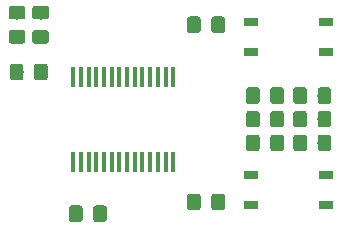
<source format=gbr>
G04 #@! TF.GenerationSoftware,KiCad,Pcbnew,5.1.4-e60b266~84~ubuntu19.04.1*
G04 #@! TF.CreationDate,2019-09-06T13:47:56+02:00*
G04 #@! TF.ProjectId,keyer,6b657965-722e-46b6-9963-61645f706362,rev?*
G04 #@! TF.SameCoordinates,Original*
G04 #@! TF.FileFunction,Paste,Top*
G04 #@! TF.FilePolarity,Positive*
%FSLAX46Y46*%
G04 Gerber Fmt 4.6, Leading zero omitted, Abs format (unit mm)*
G04 Created by KiCad (PCBNEW 5.1.4-e60b266~84~ubuntu19.04.1) date 2019-09-06 13:47:56*
%MOMM*%
%LPD*%
G04 APERTURE LIST*
%ADD10C,0.100000*%
%ADD11C,1.150000*%
%ADD12R,0.450000X1.750000*%
%ADD13R,1.200000X0.800000*%
G04 APERTURE END LIST*
D10*
G36*
X119374505Y-135301204D02*
G01*
X119398773Y-135304804D01*
X119422572Y-135310765D01*
X119445671Y-135319030D01*
X119467850Y-135329520D01*
X119488893Y-135342132D01*
X119508599Y-135356747D01*
X119526777Y-135373223D01*
X119543253Y-135391401D01*
X119557868Y-135411107D01*
X119570480Y-135432150D01*
X119580970Y-135454329D01*
X119589235Y-135477428D01*
X119595196Y-135501227D01*
X119598796Y-135525495D01*
X119600000Y-135549999D01*
X119600000Y-136450001D01*
X119598796Y-136474505D01*
X119595196Y-136498773D01*
X119589235Y-136522572D01*
X119580970Y-136545671D01*
X119570480Y-136567850D01*
X119557868Y-136588893D01*
X119543253Y-136608599D01*
X119526777Y-136626777D01*
X119508599Y-136643253D01*
X119488893Y-136657868D01*
X119467850Y-136670480D01*
X119445671Y-136680970D01*
X119422572Y-136689235D01*
X119398773Y-136695196D01*
X119374505Y-136698796D01*
X119350001Y-136700000D01*
X118699999Y-136700000D01*
X118675495Y-136698796D01*
X118651227Y-136695196D01*
X118627428Y-136689235D01*
X118604329Y-136680970D01*
X118582150Y-136670480D01*
X118561107Y-136657868D01*
X118541401Y-136643253D01*
X118523223Y-136626777D01*
X118506747Y-136608599D01*
X118492132Y-136588893D01*
X118479520Y-136567850D01*
X118469030Y-136545671D01*
X118460765Y-136522572D01*
X118454804Y-136498773D01*
X118451204Y-136474505D01*
X118450000Y-136450001D01*
X118450000Y-135549999D01*
X118451204Y-135525495D01*
X118454804Y-135501227D01*
X118460765Y-135477428D01*
X118469030Y-135454329D01*
X118479520Y-135432150D01*
X118492132Y-135411107D01*
X118506747Y-135391401D01*
X118523223Y-135373223D01*
X118541401Y-135356747D01*
X118561107Y-135342132D01*
X118582150Y-135329520D01*
X118604329Y-135319030D01*
X118627428Y-135310765D01*
X118651227Y-135304804D01*
X118675495Y-135301204D01*
X118699999Y-135300000D01*
X119350001Y-135300000D01*
X119374505Y-135301204D01*
X119374505Y-135301204D01*
G37*
D11*
X119025000Y-136000000D03*
D10*
G36*
X117324505Y-135301204D02*
G01*
X117348773Y-135304804D01*
X117372572Y-135310765D01*
X117395671Y-135319030D01*
X117417850Y-135329520D01*
X117438893Y-135342132D01*
X117458599Y-135356747D01*
X117476777Y-135373223D01*
X117493253Y-135391401D01*
X117507868Y-135411107D01*
X117520480Y-135432150D01*
X117530970Y-135454329D01*
X117539235Y-135477428D01*
X117545196Y-135501227D01*
X117548796Y-135525495D01*
X117550000Y-135549999D01*
X117550000Y-136450001D01*
X117548796Y-136474505D01*
X117545196Y-136498773D01*
X117539235Y-136522572D01*
X117530970Y-136545671D01*
X117520480Y-136567850D01*
X117507868Y-136588893D01*
X117493253Y-136608599D01*
X117476777Y-136626777D01*
X117458599Y-136643253D01*
X117438893Y-136657868D01*
X117417850Y-136670480D01*
X117395671Y-136680970D01*
X117372572Y-136689235D01*
X117348773Y-136695196D01*
X117324505Y-136698796D01*
X117300001Y-136700000D01*
X116649999Y-136700000D01*
X116625495Y-136698796D01*
X116601227Y-136695196D01*
X116577428Y-136689235D01*
X116554329Y-136680970D01*
X116532150Y-136670480D01*
X116511107Y-136657868D01*
X116491401Y-136643253D01*
X116473223Y-136626777D01*
X116456747Y-136608599D01*
X116442132Y-136588893D01*
X116429520Y-136567850D01*
X116419030Y-136545671D01*
X116410765Y-136522572D01*
X116404804Y-136498773D01*
X116401204Y-136474505D01*
X116400000Y-136450001D01*
X116400000Y-135549999D01*
X116401204Y-135525495D01*
X116404804Y-135501227D01*
X116410765Y-135477428D01*
X116419030Y-135454329D01*
X116429520Y-135432150D01*
X116442132Y-135411107D01*
X116456747Y-135391401D01*
X116473223Y-135373223D01*
X116491401Y-135356747D01*
X116511107Y-135342132D01*
X116532150Y-135329520D01*
X116554329Y-135319030D01*
X116577428Y-135310765D01*
X116601227Y-135304804D01*
X116625495Y-135301204D01*
X116649999Y-135300000D01*
X117300001Y-135300000D01*
X117324505Y-135301204D01*
X117324505Y-135301204D01*
G37*
D11*
X116975000Y-136000000D03*
D10*
G36*
X112474505Y-118401204D02*
G01*
X112498773Y-118404804D01*
X112522572Y-118410765D01*
X112545671Y-118419030D01*
X112567850Y-118429520D01*
X112588893Y-118442132D01*
X112608599Y-118456747D01*
X112626777Y-118473223D01*
X112643253Y-118491401D01*
X112657868Y-118511107D01*
X112670480Y-118532150D01*
X112680970Y-118554329D01*
X112689235Y-118577428D01*
X112695196Y-118601227D01*
X112698796Y-118625495D01*
X112700000Y-118649999D01*
X112700000Y-119300001D01*
X112698796Y-119324505D01*
X112695196Y-119348773D01*
X112689235Y-119372572D01*
X112680970Y-119395671D01*
X112670480Y-119417850D01*
X112657868Y-119438893D01*
X112643253Y-119458599D01*
X112626777Y-119476777D01*
X112608599Y-119493253D01*
X112588893Y-119507868D01*
X112567850Y-119520480D01*
X112545671Y-119530970D01*
X112522572Y-119539235D01*
X112498773Y-119545196D01*
X112474505Y-119548796D01*
X112450001Y-119550000D01*
X111549999Y-119550000D01*
X111525495Y-119548796D01*
X111501227Y-119545196D01*
X111477428Y-119539235D01*
X111454329Y-119530970D01*
X111432150Y-119520480D01*
X111411107Y-119507868D01*
X111391401Y-119493253D01*
X111373223Y-119476777D01*
X111356747Y-119458599D01*
X111342132Y-119438893D01*
X111329520Y-119417850D01*
X111319030Y-119395671D01*
X111310765Y-119372572D01*
X111304804Y-119348773D01*
X111301204Y-119324505D01*
X111300000Y-119300001D01*
X111300000Y-118649999D01*
X111301204Y-118625495D01*
X111304804Y-118601227D01*
X111310765Y-118577428D01*
X111319030Y-118554329D01*
X111329520Y-118532150D01*
X111342132Y-118511107D01*
X111356747Y-118491401D01*
X111373223Y-118473223D01*
X111391401Y-118456747D01*
X111411107Y-118442132D01*
X111432150Y-118429520D01*
X111454329Y-118419030D01*
X111477428Y-118410765D01*
X111501227Y-118404804D01*
X111525495Y-118401204D01*
X111549999Y-118400000D01*
X112450001Y-118400000D01*
X112474505Y-118401204D01*
X112474505Y-118401204D01*
G37*
D11*
X112000000Y-118975000D03*
D10*
G36*
X112474505Y-120451204D02*
G01*
X112498773Y-120454804D01*
X112522572Y-120460765D01*
X112545671Y-120469030D01*
X112567850Y-120479520D01*
X112588893Y-120492132D01*
X112608599Y-120506747D01*
X112626777Y-120523223D01*
X112643253Y-120541401D01*
X112657868Y-120561107D01*
X112670480Y-120582150D01*
X112680970Y-120604329D01*
X112689235Y-120627428D01*
X112695196Y-120651227D01*
X112698796Y-120675495D01*
X112700000Y-120699999D01*
X112700000Y-121350001D01*
X112698796Y-121374505D01*
X112695196Y-121398773D01*
X112689235Y-121422572D01*
X112680970Y-121445671D01*
X112670480Y-121467850D01*
X112657868Y-121488893D01*
X112643253Y-121508599D01*
X112626777Y-121526777D01*
X112608599Y-121543253D01*
X112588893Y-121557868D01*
X112567850Y-121570480D01*
X112545671Y-121580970D01*
X112522572Y-121589235D01*
X112498773Y-121595196D01*
X112474505Y-121598796D01*
X112450001Y-121600000D01*
X111549999Y-121600000D01*
X111525495Y-121598796D01*
X111501227Y-121595196D01*
X111477428Y-121589235D01*
X111454329Y-121580970D01*
X111432150Y-121570480D01*
X111411107Y-121557868D01*
X111391401Y-121543253D01*
X111373223Y-121526777D01*
X111356747Y-121508599D01*
X111342132Y-121488893D01*
X111329520Y-121467850D01*
X111319030Y-121445671D01*
X111310765Y-121422572D01*
X111304804Y-121398773D01*
X111301204Y-121374505D01*
X111300000Y-121350001D01*
X111300000Y-120699999D01*
X111301204Y-120675495D01*
X111304804Y-120651227D01*
X111310765Y-120627428D01*
X111319030Y-120604329D01*
X111329520Y-120582150D01*
X111342132Y-120561107D01*
X111356747Y-120541401D01*
X111373223Y-120523223D01*
X111391401Y-120506747D01*
X111411107Y-120492132D01*
X111432150Y-120479520D01*
X111454329Y-120469030D01*
X111477428Y-120460765D01*
X111501227Y-120454804D01*
X111525495Y-120451204D01*
X111549999Y-120450000D01*
X112450001Y-120450000D01*
X112474505Y-120451204D01*
X112474505Y-120451204D01*
G37*
D11*
X112000000Y-121025000D03*
D10*
G36*
X114474505Y-120451204D02*
G01*
X114498773Y-120454804D01*
X114522572Y-120460765D01*
X114545671Y-120469030D01*
X114567850Y-120479520D01*
X114588893Y-120492132D01*
X114608599Y-120506747D01*
X114626777Y-120523223D01*
X114643253Y-120541401D01*
X114657868Y-120561107D01*
X114670480Y-120582150D01*
X114680970Y-120604329D01*
X114689235Y-120627428D01*
X114695196Y-120651227D01*
X114698796Y-120675495D01*
X114700000Y-120699999D01*
X114700000Y-121350001D01*
X114698796Y-121374505D01*
X114695196Y-121398773D01*
X114689235Y-121422572D01*
X114680970Y-121445671D01*
X114670480Y-121467850D01*
X114657868Y-121488893D01*
X114643253Y-121508599D01*
X114626777Y-121526777D01*
X114608599Y-121543253D01*
X114588893Y-121557868D01*
X114567850Y-121570480D01*
X114545671Y-121580970D01*
X114522572Y-121589235D01*
X114498773Y-121595196D01*
X114474505Y-121598796D01*
X114450001Y-121600000D01*
X113549999Y-121600000D01*
X113525495Y-121598796D01*
X113501227Y-121595196D01*
X113477428Y-121589235D01*
X113454329Y-121580970D01*
X113432150Y-121570480D01*
X113411107Y-121557868D01*
X113391401Y-121543253D01*
X113373223Y-121526777D01*
X113356747Y-121508599D01*
X113342132Y-121488893D01*
X113329520Y-121467850D01*
X113319030Y-121445671D01*
X113310765Y-121422572D01*
X113304804Y-121398773D01*
X113301204Y-121374505D01*
X113300000Y-121350001D01*
X113300000Y-120699999D01*
X113301204Y-120675495D01*
X113304804Y-120651227D01*
X113310765Y-120627428D01*
X113319030Y-120604329D01*
X113329520Y-120582150D01*
X113342132Y-120561107D01*
X113356747Y-120541401D01*
X113373223Y-120523223D01*
X113391401Y-120506747D01*
X113411107Y-120492132D01*
X113432150Y-120479520D01*
X113454329Y-120469030D01*
X113477428Y-120460765D01*
X113501227Y-120454804D01*
X113525495Y-120451204D01*
X113549999Y-120450000D01*
X114450001Y-120450000D01*
X114474505Y-120451204D01*
X114474505Y-120451204D01*
G37*
D11*
X114000000Y-121025000D03*
D10*
G36*
X114474505Y-118401204D02*
G01*
X114498773Y-118404804D01*
X114522572Y-118410765D01*
X114545671Y-118419030D01*
X114567850Y-118429520D01*
X114588893Y-118442132D01*
X114608599Y-118456747D01*
X114626777Y-118473223D01*
X114643253Y-118491401D01*
X114657868Y-118511107D01*
X114670480Y-118532150D01*
X114680970Y-118554329D01*
X114689235Y-118577428D01*
X114695196Y-118601227D01*
X114698796Y-118625495D01*
X114700000Y-118649999D01*
X114700000Y-119300001D01*
X114698796Y-119324505D01*
X114695196Y-119348773D01*
X114689235Y-119372572D01*
X114680970Y-119395671D01*
X114670480Y-119417850D01*
X114657868Y-119438893D01*
X114643253Y-119458599D01*
X114626777Y-119476777D01*
X114608599Y-119493253D01*
X114588893Y-119507868D01*
X114567850Y-119520480D01*
X114545671Y-119530970D01*
X114522572Y-119539235D01*
X114498773Y-119545196D01*
X114474505Y-119548796D01*
X114450001Y-119550000D01*
X113549999Y-119550000D01*
X113525495Y-119548796D01*
X113501227Y-119545196D01*
X113477428Y-119539235D01*
X113454329Y-119530970D01*
X113432150Y-119520480D01*
X113411107Y-119507868D01*
X113391401Y-119493253D01*
X113373223Y-119476777D01*
X113356747Y-119458599D01*
X113342132Y-119438893D01*
X113329520Y-119417850D01*
X113319030Y-119395671D01*
X113310765Y-119372572D01*
X113304804Y-119348773D01*
X113301204Y-119324505D01*
X113300000Y-119300001D01*
X113300000Y-118649999D01*
X113301204Y-118625495D01*
X113304804Y-118601227D01*
X113310765Y-118577428D01*
X113319030Y-118554329D01*
X113329520Y-118532150D01*
X113342132Y-118511107D01*
X113356747Y-118491401D01*
X113373223Y-118473223D01*
X113391401Y-118456747D01*
X113411107Y-118442132D01*
X113432150Y-118429520D01*
X113454329Y-118419030D01*
X113477428Y-118410765D01*
X113501227Y-118404804D01*
X113525495Y-118401204D01*
X113549999Y-118400000D01*
X114450001Y-118400000D01*
X114474505Y-118401204D01*
X114474505Y-118401204D01*
G37*
D11*
X114000000Y-118975000D03*
D10*
G36*
X138374505Y-127301204D02*
G01*
X138398773Y-127304804D01*
X138422572Y-127310765D01*
X138445671Y-127319030D01*
X138467850Y-127329520D01*
X138488893Y-127342132D01*
X138508599Y-127356747D01*
X138526777Y-127373223D01*
X138543253Y-127391401D01*
X138557868Y-127411107D01*
X138570480Y-127432150D01*
X138580970Y-127454329D01*
X138589235Y-127477428D01*
X138595196Y-127501227D01*
X138598796Y-127525495D01*
X138600000Y-127549999D01*
X138600000Y-128450001D01*
X138598796Y-128474505D01*
X138595196Y-128498773D01*
X138589235Y-128522572D01*
X138580970Y-128545671D01*
X138570480Y-128567850D01*
X138557868Y-128588893D01*
X138543253Y-128608599D01*
X138526777Y-128626777D01*
X138508599Y-128643253D01*
X138488893Y-128657868D01*
X138467850Y-128670480D01*
X138445671Y-128680970D01*
X138422572Y-128689235D01*
X138398773Y-128695196D01*
X138374505Y-128698796D01*
X138350001Y-128700000D01*
X137699999Y-128700000D01*
X137675495Y-128698796D01*
X137651227Y-128695196D01*
X137627428Y-128689235D01*
X137604329Y-128680970D01*
X137582150Y-128670480D01*
X137561107Y-128657868D01*
X137541401Y-128643253D01*
X137523223Y-128626777D01*
X137506747Y-128608599D01*
X137492132Y-128588893D01*
X137479520Y-128567850D01*
X137469030Y-128545671D01*
X137460765Y-128522572D01*
X137454804Y-128498773D01*
X137451204Y-128474505D01*
X137450000Y-128450001D01*
X137450000Y-127549999D01*
X137451204Y-127525495D01*
X137454804Y-127501227D01*
X137460765Y-127477428D01*
X137469030Y-127454329D01*
X137479520Y-127432150D01*
X137492132Y-127411107D01*
X137506747Y-127391401D01*
X137523223Y-127373223D01*
X137541401Y-127356747D01*
X137561107Y-127342132D01*
X137582150Y-127329520D01*
X137604329Y-127319030D01*
X137627428Y-127310765D01*
X137651227Y-127304804D01*
X137675495Y-127301204D01*
X137699999Y-127300000D01*
X138350001Y-127300000D01*
X138374505Y-127301204D01*
X138374505Y-127301204D01*
G37*
D11*
X138025000Y-128000000D03*
D10*
G36*
X136324505Y-127301204D02*
G01*
X136348773Y-127304804D01*
X136372572Y-127310765D01*
X136395671Y-127319030D01*
X136417850Y-127329520D01*
X136438893Y-127342132D01*
X136458599Y-127356747D01*
X136476777Y-127373223D01*
X136493253Y-127391401D01*
X136507868Y-127411107D01*
X136520480Y-127432150D01*
X136530970Y-127454329D01*
X136539235Y-127477428D01*
X136545196Y-127501227D01*
X136548796Y-127525495D01*
X136550000Y-127549999D01*
X136550000Y-128450001D01*
X136548796Y-128474505D01*
X136545196Y-128498773D01*
X136539235Y-128522572D01*
X136530970Y-128545671D01*
X136520480Y-128567850D01*
X136507868Y-128588893D01*
X136493253Y-128608599D01*
X136476777Y-128626777D01*
X136458599Y-128643253D01*
X136438893Y-128657868D01*
X136417850Y-128670480D01*
X136395671Y-128680970D01*
X136372572Y-128689235D01*
X136348773Y-128695196D01*
X136324505Y-128698796D01*
X136300001Y-128700000D01*
X135649999Y-128700000D01*
X135625495Y-128698796D01*
X135601227Y-128695196D01*
X135577428Y-128689235D01*
X135554329Y-128680970D01*
X135532150Y-128670480D01*
X135511107Y-128657868D01*
X135491401Y-128643253D01*
X135473223Y-128626777D01*
X135456747Y-128608599D01*
X135442132Y-128588893D01*
X135429520Y-128567850D01*
X135419030Y-128545671D01*
X135410765Y-128522572D01*
X135404804Y-128498773D01*
X135401204Y-128474505D01*
X135400000Y-128450001D01*
X135400000Y-127549999D01*
X135401204Y-127525495D01*
X135404804Y-127501227D01*
X135410765Y-127477428D01*
X135419030Y-127454329D01*
X135429520Y-127432150D01*
X135442132Y-127411107D01*
X135456747Y-127391401D01*
X135473223Y-127373223D01*
X135491401Y-127356747D01*
X135511107Y-127342132D01*
X135532150Y-127329520D01*
X135554329Y-127319030D01*
X135577428Y-127310765D01*
X135601227Y-127304804D01*
X135625495Y-127301204D01*
X135649999Y-127300000D01*
X136300001Y-127300000D01*
X136324505Y-127301204D01*
X136324505Y-127301204D01*
G37*
D11*
X135975000Y-128000000D03*
D10*
G36*
X136324505Y-125301204D02*
G01*
X136348773Y-125304804D01*
X136372572Y-125310765D01*
X136395671Y-125319030D01*
X136417850Y-125329520D01*
X136438893Y-125342132D01*
X136458599Y-125356747D01*
X136476777Y-125373223D01*
X136493253Y-125391401D01*
X136507868Y-125411107D01*
X136520480Y-125432150D01*
X136530970Y-125454329D01*
X136539235Y-125477428D01*
X136545196Y-125501227D01*
X136548796Y-125525495D01*
X136550000Y-125549999D01*
X136550000Y-126450001D01*
X136548796Y-126474505D01*
X136545196Y-126498773D01*
X136539235Y-126522572D01*
X136530970Y-126545671D01*
X136520480Y-126567850D01*
X136507868Y-126588893D01*
X136493253Y-126608599D01*
X136476777Y-126626777D01*
X136458599Y-126643253D01*
X136438893Y-126657868D01*
X136417850Y-126670480D01*
X136395671Y-126680970D01*
X136372572Y-126689235D01*
X136348773Y-126695196D01*
X136324505Y-126698796D01*
X136300001Y-126700000D01*
X135649999Y-126700000D01*
X135625495Y-126698796D01*
X135601227Y-126695196D01*
X135577428Y-126689235D01*
X135554329Y-126680970D01*
X135532150Y-126670480D01*
X135511107Y-126657868D01*
X135491401Y-126643253D01*
X135473223Y-126626777D01*
X135456747Y-126608599D01*
X135442132Y-126588893D01*
X135429520Y-126567850D01*
X135419030Y-126545671D01*
X135410765Y-126522572D01*
X135404804Y-126498773D01*
X135401204Y-126474505D01*
X135400000Y-126450001D01*
X135400000Y-125549999D01*
X135401204Y-125525495D01*
X135404804Y-125501227D01*
X135410765Y-125477428D01*
X135419030Y-125454329D01*
X135429520Y-125432150D01*
X135442132Y-125411107D01*
X135456747Y-125391401D01*
X135473223Y-125373223D01*
X135491401Y-125356747D01*
X135511107Y-125342132D01*
X135532150Y-125329520D01*
X135554329Y-125319030D01*
X135577428Y-125310765D01*
X135601227Y-125304804D01*
X135625495Y-125301204D01*
X135649999Y-125300000D01*
X136300001Y-125300000D01*
X136324505Y-125301204D01*
X136324505Y-125301204D01*
G37*
D11*
X135975000Y-126000000D03*
D10*
G36*
X138374505Y-125301204D02*
G01*
X138398773Y-125304804D01*
X138422572Y-125310765D01*
X138445671Y-125319030D01*
X138467850Y-125329520D01*
X138488893Y-125342132D01*
X138508599Y-125356747D01*
X138526777Y-125373223D01*
X138543253Y-125391401D01*
X138557868Y-125411107D01*
X138570480Y-125432150D01*
X138580970Y-125454329D01*
X138589235Y-125477428D01*
X138595196Y-125501227D01*
X138598796Y-125525495D01*
X138600000Y-125549999D01*
X138600000Y-126450001D01*
X138598796Y-126474505D01*
X138595196Y-126498773D01*
X138589235Y-126522572D01*
X138580970Y-126545671D01*
X138570480Y-126567850D01*
X138557868Y-126588893D01*
X138543253Y-126608599D01*
X138526777Y-126626777D01*
X138508599Y-126643253D01*
X138488893Y-126657868D01*
X138467850Y-126670480D01*
X138445671Y-126680970D01*
X138422572Y-126689235D01*
X138398773Y-126695196D01*
X138374505Y-126698796D01*
X138350001Y-126700000D01*
X137699999Y-126700000D01*
X137675495Y-126698796D01*
X137651227Y-126695196D01*
X137627428Y-126689235D01*
X137604329Y-126680970D01*
X137582150Y-126670480D01*
X137561107Y-126657868D01*
X137541401Y-126643253D01*
X137523223Y-126626777D01*
X137506747Y-126608599D01*
X137492132Y-126588893D01*
X137479520Y-126567850D01*
X137469030Y-126545671D01*
X137460765Y-126522572D01*
X137454804Y-126498773D01*
X137451204Y-126474505D01*
X137450000Y-126450001D01*
X137450000Y-125549999D01*
X137451204Y-125525495D01*
X137454804Y-125501227D01*
X137460765Y-125477428D01*
X137469030Y-125454329D01*
X137479520Y-125432150D01*
X137492132Y-125411107D01*
X137506747Y-125391401D01*
X137523223Y-125373223D01*
X137541401Y-125356747D01*
X137561107Y-125342132D01*
X137582150Y-125329520D01*
X137604329Y-125319030D01*
X137627428Y-125310765D01*
X137651227Y-125304804D01*
X137675495Y-125301204D01*
X137699999Y-125300000D01*
X138350001Y-125300000D01*
X138374505Y-125301204D01*
X138374505Y-125301204D01*
G37*
D11*
X138025000Y-126000000D03*
D10*
G36*
X138374505Y-129301204D02*
G01*
X138398773Y-129304804D01*
X138422572Y-129310765D01*
X138445671Y-129319030D01*
X138467850Y-129329520D01*
X138488893Y-129342132D01*
X138508599Y-129356747D01*
X138526777Y-129373223D01*
X138543253Y-129391401D01*
X138557868Y-129411107D01*
X138570480Y-129432150D01*
X138580970Y-129454329D01*
X138589235Y-129477428D01*
X138595196Y-129501227D01*
X138598796Y-129525495D01*
X138600000Y-129549999D01*
X138600000Y-130450001D01*
X138598796Y-130474505D01*
X138595196Y-130498773D01*
X138589235Y-130522572D01*
X138580970Y-130545671D01*
X138570480Y-130567850D01*
X138557868Y-130588893D01*
X138543253Y-130608599D01*
X138526777Y-130626777D01*
X138508599Y-130643253D01*
X138488893Y-130657868D01*
X138467850Y-130670480D01*
X138445671Y-130680970D01*
X138422572Y-130689235D01*
X138398773Y-130695196D01*
X138374505Y-130698796D01*
X138350001Y-130700000D01*
X137699999Y-130700000D01*
X137675495Y-130698796D01*
X137651227Y-130695196D01*
X137627428Y-130689235D01*
X137604329Y-130680970D01*
X137582150Y-130670480D01*
X137561107Y-130657868D01*
X137541401Y-130643253D01*
X137523223Y-130626777D01*
X137506747Y-130608599D01*
X137492132Y-130588893D01*
X137479520Y-130567850D01*
X137469030Y-130545671D01*
X137460765Y-130522572D01*
X137454804Y-130498773D01*
X137451204Y-130474505D01*
X137450000Y-130450001D01*
X137450000Y-129549999D01*
X137451204Y-129525495D01*
X137454804Y-129501227D01*
X137460765Y-129477428D01*
X137469030Y-129454329D01*
X137479520Y-129432150D01*
X137492132Y-129411107D01*
X137506747Y-129391401D01*
X137523223Y-129373223D01*
X137541401Y-129356747D01*
X137561107Y-129342132D01*
X137582150Y-129329520D01*
X137604329Y-129319030D01*
X137627428Y-129310765D01*
X137651227Y-129304804D01*
X137675495Y-129301204D01*
X137699999Y-129300000D01*
X138350001Y-129300000D01*
X138374505Y-129301204D01*
X138374505Y-129301204D01*
G37*
D11*
X138025000Y-130000000D03*
D10*
G36*
X136324505Y-129301204D02*
G01*
X136348773Y-129304804D01*
X136372572Y-129310765D01*
X136395671Y-129319030D01*
X136417850Y-129329520D01*
X136438893Y-129342132D01*
X136458599Y-129356747D01*
X136476777Y-129373223D01*
X136493253Y-129391401D01*
X136507868Y-129411107D01*
X136520480Y-129432150D01*
X136530970Y-129454329D01*
X136539235Y-129477428D01*
X136545196Y-129501227D01*
X136548796Y-129525495D01*
X136550000Y-129549999D01*
X136550000Y-130450001D01*
X136548796Y-130474505D01*
X136545196Y-130498773D01*
X136539235Y-130522572D01*
X136530970Y-130545671D01*
X136520480Y-130567850D01*
X136507868Y-130588893D01*
X136493253Y-130608599D01*
X136476777Y-130626777D01*
X136458599Y-130643253D01*
X136438893Y-130657868D01*
X136417850Y-130670480D01*
X136395671Y-130680970D01*
X136372572Y-130689235D01*
X136348773Y-130695196D01*
X136324505Y-130698796D01*
X136300001Y-130700000D01*
X135649999Y-130700000D01*
X135625495Y-130698796D01*
X135601227Y-130695196D01*
X135577428Y-130689235D01*
X135554329Y-130680970D01*
X135532150Y-130670480D01*
X135511107Y-130657868D01*
X135491401Y-130643253D01*
X135473223Y-130626777D01*
X135456747Y-130608599D01*
X135442132Y-130588893D01*
X135429520Y-130567850D01*
X135419030Y-130545671D01*
X135410765Y-130522572D01*
X135404804Y-130498773D01*
X135401204Y-130474505D01*
X135400000Y-130450001D01*
X135400000Y-129549999D01*
X135401204Y-129525495D01*
X135404804Y-129501227D01*
X135410765Y-129477428D01*
X135419030Y-129454329D01*
X135429520Y-129432150D01*
X135442132Y-129411107D01*
X135456747Y-129391401D01*
X135473223Y-129373223D01*
X135491401Y-129356747D01*
X135511107Y-129342132D01*
X135532150Y-129329520D01*
X135554329Y-129319030D01*
X135577428Y-129310765D01*
X135601227Y-129304804D01*
X135625495Y-129301204D01*
X135649999Y-129300000D01*
X136300001Y-129300000D01*
X136324505Y-129301204D01*
X136324505Y-129301204D01*
G37*
D11*
X135975000Y-130000000D03*
D10*
G36*
X114374505Y-123301204D02*
G01*
X114398773Y-123304804D01*
X114422572Y-123310765D01*
X114445671Y-123319030D01*
X114467850Y-123329520D01*
X114488893Y-123342132D01*
X114508599Y-123356747D01*
X114526777Y-123373223D01*
X114543253Y-123391401D01*
X114557868Y-123411107D01*
X114570480Y-123432150D01*
X114580970Y-123454329D01*
X114589235Y-123477428D01*
X114595196Y-123501227D01*
X114598796Y-123525495D01*
X114600000Y-123549999D01*
X114600000Y-124450001D01*
X114598796Y-124474505D01*
X114595196Y-124498773D01*
X114589235Y-124522572D01*
X114580970Y-124545671D01*
X114570480Y-124567850D01*
X114557868Y-124588893D01*
X114543253Y-124608599D01*
X114526777Y-124626777D01*
X114508599Y-124643253D01*
X114488893Y-124657868D01*
X114467850Y-124670480D01*
X114445671Y-124680970D01*
X114422572Y-124689235D01*
X114398773Y-124695196D01*
X114374505Y-124698796D01*
X114350001Y-124700000D01*
X113699999Y-124700000D01*
X113675495Y-124698796D01*
X113651227Y-124695196D01*
X113627428Y-124689235D01*
X113604329Y-124680970D01*
X113582150Y-124670480D01*
X113561107Y-124657868D01*
X113541401Y-124643253D01*
X113523223Y-124626777D01*
X113506747Y-124608599D01*
X113492132Y-124588893D01*
X113479520Y-124567850D01*
X113469030Y-124545671D01*
X113460765Y-124522572D01*
X113454804Y-124498773D01*
X113451204Y-124474505D01*
X113450000Y-124450001D01*
X113450000Y-123549999D01*
X113451204Y-123525495D01*
X113454804Y-123501227D01*
X113460765Y-123477428D01*
X113469030Y-123454329D01*
X113479520Y-123432150D01*
X113492132Y-123411107D01*
X113506747Y-123391401D01*
X113523223Y-123373223D01*
X113541401Y-123356747D01*
X113561107Y-123342132D01*
X113582150Y-123329520D01*
X113604329Y-123319030D01*
X113627428Y-123310765D01*
X113651227Y-123304804D01*
X113675495Y-123301204D01*
X113699999Y-123300000D01*
X114350001Y-123300000D01*
X114374505Y-123301204D01*
X114374505Y-123301204D01*
G37*
D11*
X114025000Y-124000000D03*
D10*
G36*
X112324505Y-123301204D02*
G01*
X112348773Y-123304804D01*
X112372572Y-123310765D01*
X112395671Y-123319030D01*
X112417850Y-123329520D01*
X112438893Y-123342132D01*
X112458599Y-123356747D01*
X112476777Y-123373223D01*
X112493253Y-123391401D01*
X112507868Y-123411107D01*
X112520480Y-123432150D01*
X112530970Y-123454329D01*
X112539235Y-123477428D01*
X112545196Y-123501227D01*
X112548796Y-123525495D01*
X112550000Y-123549999D01*
X112550000Y-124450001D01*
X112548796Y-124474505D01*
X112545196Y-124498773D01*
X112539235Y-124522572D01*
X112530970Y-124545671D01*
X112520480Y-124567850D01*
X112507868Y-124588893D01*
X112493253Y-124608599D01*
X112476777Y-124626777D01*
X112458599Y-124643253D01*
X112438893Y-124657868D01*
X112417850Y-124670480D01*
X112395671Y-124680970D01*
X112372572Y-124689235D01*
X112348773Y-124695196D01*
X112324505Y-124698796D01*
X112300001Y-124700000D01*
X111649999Y-124700000D01*
X111625495Y-124698796D01*
X111601227Y-124695196D01*
X111577428Y-124689235D01*
X111554329Y-124680970D01*
X111532150Y-124670480D01*
X111511107Y-124657868D01*
X111491401Y-124643253D01*
X111473223Y-124626777D01*
X111456747Y-124608599D01*
X111442132Y-124588893D01*
X111429520Y-124567850D01*
X111419030Y-124545671D01*
X111410765Y-124522572D01*
X111404804Y-124498773D01*
X111401204Y-124474505D01*
X111400000Y-124450001D01*
X111400000Y-123549999D01*
X111401204Y-123525495D01*
X111404804Y-123501227D01*
X111410765Y-123477428D01*
X111419030Y-123454329D01*
X111429520Y-123432150D01*
X111442132Y-123411107D01*
X111456747Y-123391401D01*
X111473223Y-123373223D01*
X111491401Y-123356747D01*
X111511107Y-123342132D01*
X111532150Y-123329520D01*
X111554329Y-123319030D01*
X111577428Y-123310765D01*
X111601227Y-123304804D01*
X111625495Y-123301204D01*
X111649999Y-123300000D01*
X112300001Y-123300000D01*
X112324505Y-123301204D01*
X112324505Y-123301204D01*
G37*
D11*
X111975000Y-124000000D03*
D10*
G36*
X134374505Y-127301204D02*
G01*
X134398773Y-127304804D01*
X134422572Y-127310765D01*
X134445671Y-127319030D01*
X134467850Y-127329520D01*
X134488893Y-127342132D01*
X134508599Y-127356747D01*
X134526777Y-127373223D01*
X134543253Y-127391401D01*
X134557868Y-127411107D01*
X134570480Y-127432150D01*
X134580970Y-127454329D01*
X134589235Y-127477428D01*
X134595196Y-127501227D01*
X134598796Y-127525495D01*
X134600000Y-127549999D01*
X134600000Y-128450001D01*
X134598796Y-128474505D01*
X134595196Y-128498773D01*
X134589235Y-128522572D01*
X134580970Y-128545671D01*
X134570480Y-128567850D01*
X134557868Y-128588893D01*
X134543253Y-128608599D01*
X134526777Y-128626777D01*
X134508599Y-128643253D01*
X134488893Y-128657868D01*
X134467850Y-128670480D01*
X134445671Y-128680970D01*
X134422572Y-128689235D01*
X134398773Y-128695196D01*
X134374505Y-128698796D01*
X134350001Y-128700000D01*
X133699999Y-128700000D01*
X133675495Y-128698796D01*
X133651227Y-128695196D01*
X133627428Y-128689235D01*
X133604329Y-128680970D01*
X133582150Y-128670480D01*
X133561107Y-128657868D01*
X133541401Y-128643253D01*
X133523223Y-128626777D01*
X133506747Y-128608599D01*
X133492132Y-128588893D01*
X133479520Y-128567850D01*
X133469030Y-128545671D01*
X133460765Y-128522572D01*
X133454804Y-128498773D01*
X133451204Y-128474505D01*
X133450000Y-128450001D01*
X133450000Y-127549999D01*
X133451204Y-127525495D01*
X133454804Y-127501227D01*
X133460765Y-127477428D01*
X133469030Y-127454329D01*
X133479520Y-127432150D01*
X133492132Y-127411107D01*
X133506747Y-127391401D01*
X133523223Y-127373223D01*
X133541401Y-127356747D01*
X133561107Y-127342132D01*
X133582150Y-127329520D01*
X133604329Y-127319030D01*
X133627428Y-127310765D01*
X133651227Y-127304804D01*
X133675495Y-127301204D01*
X133699999Y-127300000D01*
X134350001Y-127300000D01*
X134374505Y-127301204D01*
X134374505Y-127301204D01*
G37*
D11*
X134025000Y-128000000D03*
D10*
G36*
X132324505Y-127301204D02*
G01*
X132348773Y-127304804D01*
X132372572Y-127310765D01*
X132395671Y-127319030D01*
X132417850Y-127329520D01*
X132438893Y-127342132D01*
X132458599Y-127356747D01*
X132476777Y-127373223D01*
X132493253Y-127391401D01*
X132507868Y-127411107D01*
X132520480Y-127432150D01*
X132530970Y-127454329D01*
X132539235Y-127477428D01*
X132545196Y-127501227D01*
X132548796Y-127525495D01*
X132550000Y-127549999D01*
X132550000Y-128450001D01*
X132548796Y-128474505D01*
X132545196Y-128498773D01*
X132539235Y-128522572D01*
X132530970Y-128545671D01*
X132520480Y-128567850D01*
X132507868Y-128588893D01*
X132493253Y-128608599D01*
X132476777Y-128626777D01*
X132458599Y-128643253D01*
X132438893Y-128657868D01*
X132417850Y-128670480D01*
X132395671Y-128680970D01*
X132372572Y-128689235D01*
X132348773Y-128695196D01*
X132324505Y-128698796D01*
X132300001Y-128700000D01*
X131649999Y-128700000D01*
X131625495Y-128698796D01*
X131601227Y-128695196D01*
X131577428Y-128689235D01*
X131554329Y-128680970D01*
X131532150Y-128670480D01*
X131511107Y-128657868D01*
X131491401Y-128643253D01*
X131473223Y-128626777D01*
X131456747Y-128608599D01*
X131442132Y-128588893D01*
X131429520Y-128567850D01*
X131419030Y-128545671D01*
X131410765Y-128522572D01*
X131404804Y-128498773D01*
X131401204Y-128474505D01*
X131400000Y-128450001D01*
X131400000Y-127549999D01*
X131401204Y-127525495D01*
X131404804Y-127501227D01*
X131410765Y-127477428D01*
X131419030Y-127454329D01*
X131429520Y-127432150D01*
X131442132Y-127411107D01*
X131456747Y-127391401D01*
X131473223Y-127373223D01*
X131491401Y-127356747D01*
X131511107Y-127342132D01*
X131532150Y-127329520D01*
X131554329Y-127319030D01*
X131577428Y-127310765D01*
X131601227Y-127304804D01*
X131625495Y-127301204D01*
X131649999Y-127300000D01*
X132300001Y-127300000D01*
X132324505Y-127301204D01*
X132324505Y-127301204D01*
G37*
D11*
X131975000Y-128000000D03*
D10*
G36*
X132324505Y-125301204D02*
G01*
X132348773Y-125304804D01*
X132372572Y-125310765D01*
X132395671Y-125319030D01*
X132417850Y-125329520D01*
X132438893Y-125342132D01*
X132458599Y-125356747D01*
X132476777Y-125373223D01*
X132493253Y-125391401D01*
X132507868Y-125411107D01*
X132520480Y-125432150D01*
X132530970Y-125454329D01*
X132539235Y-125477428D01*
X132545196Y-125501227D01*
X132548796Y-125525495D01*
X132550000Y-125549999D01*
X132550000Y-126450001D01*
X132548796Y-126474505D01*
X132545196Y-126498773D01*
X132539235Y-126522572D01*
X132530970Y-126545671D01*
X132520480Y-126567850D01*
X132507868Y-126588893D01*
X132493253Y-126608599D01*
X132476777Y-126626777D01*
X132458599Y-126643253D01*
X132438893Y-126657868D01*
X132417850Y-126670480D01*
X132395671Y-126680970D01*
X132372572Y-126689235D01*
X132348773Y-126695196D01*
X132324505Y-126698796D01*
X132300001Y-126700000D01*
X131649999Y-126700000D01*
X131625495Y-126698796D01*
X131601227Y-126695196D01*
X131577428Y-126689235D01*
X131554329Y-126680970D01*
X131532150Y-126670480D01*
X131511107Y-126657868D01*
X131491401Y-126643253D01*
X131473223Y-126626777D01*
X131456747Y-126608599D01*
X131442132Y-126588893D01*
X131429520Y-126567850D01*
X131419030Y-126545671D01*
X131410765Y-126522572D01*
X131404804Y-126498773D01*
X131401204Y-126474505D01*
X131400000Y-126450001D01*
X131400000Y-125549999D01*
X131401204Y-125525495D01*
X131404804Y-125501227D01*
X131410765Y-125477428D01*
X131419030Y-125454329D01*
X131429520Y-125432150D01*
X131442132Y-125411107D01*
X131456747Y-125391401D01*
X131473223Y-125373223D01*
X131491401Y-125356747D01*
X131511107Y-125342132D01*
X131532150Y-125329520D01*
X131554329Y-125319030D01*
X131577428Y-125310765D01*
X131601227Y-125304804D01*
X131625495Y-125301204D01*
X131649999Y-125300000D01*
X132300001Y-125300000D01*
X132324505Y-125301204D01*
X132324505Y-125301204D01*
G37*
D11*
X131975000Y-126000000D03*
D10*
G36*
X134374505Y-125301204D02*
G01*
X134398773Y-125304804D01*
X134422572Y-125310765D01*
X134445671Y-125319030D01*
X134467850Y-125329520D01*
X134488893Y-125342132D01*
X134508599Y-125356747D01*
X134526777Y-125373223D01*
X134543253Y-125391401D01*
X134557868Y-125411107D01*
X134570480Y-125432150D01*
X134580970Y-125454329D01*
X134589235Y-125477428D01*
X134595196Y-125501227D01*
X134598796Y-125525495D01*
X134600000Y-125549999D01*
X134600000Y-126450001D01*
X134598796Y-126474505D01*
X134595196Y-126498773D01*
X134589235Y-126522572D01*
X134580970Y-126545671D01*
X134570480Y-126567850D01*
X134557868Y-126588893D01*
X134543253Y-126608599D01*
X134526777Y-126626777D01*
X134508599Y-126643253D01*
X134488893Y-126657868D01*
X134467850Y-126670480D01*
X134445671Y-126680970D01*
X134422572Y-126689235D01*
X134398773Y-126695196D01*
X134374505Y-126698796D01*
X134350001Y-126700000D01*
X133699999Y-126700000D01*
X133675495Y-126698796D01*
X133651227Y-126695196D01*
X133627428Y-126689235D01*
X133604329Y-126680970D01*
X133582150Y-126670480D01*
X133561107Y-126657868D01*
X133541401Y-126643253D01*
X133523223Y-126626777D01*
X133506747Y-126608599D01*
X133492132Y-126588893D01*
X133479520Y-126567850D01*
X133469030Y-126545671D01*
X133460765Y-126522572D01*
X133454804Y-126498773D01*
X133451204Y-126474505D01*
X133450000Y-126450001D01*
X133450000Y-125549999D01*
X133451204Y-125525495D01*
X133454804Y-125501227D01*
X133460765Y-125477428D01*
X133469030Y-125454329D01*
X133479520Y-125432150D01*
X133492132Y-125411107D01*
X133506747Y-125391401D01*
X133523223Y-125373223D01*
X133541401Y-125356747D01*
X133561107Y-125342132D01*
X133582150Y-125329520D01*
X133604329Y-125319030D01*
X133627428Y-125310765D01*
X133651227Y-125304804D01*
X133675495Y-125301204D01*
X133699999Y-125300000D01*
X134350001Y-125300000D01*
X134374505Y-125301204D01*
X134374505Y-125301204D01*
G37*
D11*
X134025000Y-126000000D03*
D10*
G36*
X134374505Y-129301204D02*
G01*
X134398773Y-129304804D01*
X134422572Y-129310765D01*
X134445671Y-129319030D01*
X134467850Y-129329520D01*
X134488893Y-129342132D01*
X134508599Y-129356747D01*
X134526777Y-129373223D01*
X134543253Y-129391401D01*
X134557868Y-129411107D01*
X134570480Y-129432150D01*
X134580970Y-129454329D01*
X134589235Y-129477428D01*
X134595196Y-129501227D01*
X134598796Y-129525495D01*
X134600000Y-129549999D01*
X134600000Y-130450001D01*
X134598796Y-130474505D01*
X134595196Y-130498773D01*
X134589235Y-130522572D01*
X134580970Y-130545671D01*
X134570480Y-130567850D01*
X134557868Y-130588893D01*
X134543253Y-130608599D01*
X134526777Y-130626777D01*
X134508599Y-130643253D01*
X134488893Y-130657868D01*
X134467850Y-130670480D01*
X134445671Y-130680970D01*
X134422572Y-130689235D01*
X134398773Y-130695196D01*
X134374505Y-130698796D01*
X134350001Y-130700000D01*
X133699999Y-130700000D01*
X133675495Y-130698796D01*
X133651227Y-130695196D01*
X133627428Y-130689235D01*
X133604329Y-130680970D01*
X133582150Y-130670480D01*
X133561107Y-130657868D01*
X133541401Y-130643253D01*
X133523223Y-130626777D01*
X133506747Y-130608599D01*
X133492132Y-130588893D01*
X133479520Y-130567850D01*
X133469030Y-130545671D01*
X133460765Y-130522572D01*
X133454804Y-130498773D01*
X133451204Y-130474505D01*
X133450000Y-130450001D01*
X133450000Y-129549999D01*
X133451204Y-129525495D01*
X133454804Y-129501227D01*
X133460765Y-129477428D01*
X133469030Y-129454329D01*
X133479520Y-129432150D01*
X133492132Y-129411107D01*
X133506747Y-129391401D01*
X133523223Y-129373223D01*
X133541401Y-129356747D01*
X133561107Y-129342132D01*
X133582150Y-129329520D01*
X133604329Y-129319030D01*
X133627428Y-129310765D01*
X133651227Y-129304804D01*
X133675495Y-129301204D01*
X133699999Y-129300000D01*
X134350001Y-129300000D01*
X134374505Y-129301204D01*
X134374505Y-129301204D01*
G37*
D11*
X134025000Y-130000000D03*
D10*
G36*
X132324505Y-129301204D02*
G01*
X132348773Y-129304804D01*
X132372572Y-129310765D01*
X132395671Y-129319030D01*
X132417850Y-129329520D01*
X132438893Y-129342132D01*
X132458599Y-129356747D01*
X132476777Y-129373223D01*
X132493253Y-129391401D01*
X132507868Y-129411107D01*
X132520480Y-129432150D01*
X132530970Y-129454329D01*
X132539235Y-129477428D01*
X132545196Y-129501227D01*
X132548796Y-129525495D01*
X132550000Y-129549999D01*
X132550000Y-130450001D01*
X132548796Y-130474505D01*
X132545196Y-130498773D01*
X132539235Y-130522572D01*
X132530970Y-130545671D01*
X132520480Y-130567850D01*
X132507868Y-130588893D01*
X132493253Y-130608599D01*
X132476777Y-130626777D01*
X132458599Y-130643253D01*
X132438893Y-130657868D01*
X132417850Y-130670480D01*
X132395671Y-130680970D01*
X132372572Y-130689235D01*
X132348773Y-130695196D01*
X132324505Y-130698796D01*
X132300001Y-130700000D01*
X131649999Y-130700000D01*
X131625495Y-130698796D01*
X131601227Y-130695196D01*
X131577428Y-130689235D01*
X131554329Y-130680970D01*
X131532150Y-130670480D01*
X131511107Y-130657868D01*
X131491401Y-130643253D01*
X131473223Y-130626777D01*
X131456747Y-130608599D01*
X131442132Y-130588893D01*
X131429520Y-130567850D01*
X131419030Y-130545671D01*
X131410765Y-130522572D01*
X131404804Y-130498773D01*
X131401204Y-130474505D01*
X131400000Y-130450001D01*
X131400000Y-129549999D01*
X131401204Y-129525495D01*
X131404804Y-129501227D01*
X131410765Y-129477428D01*
X131419030Y-129454329D01*
X131429520Y-129432150D01*
X131442132Y-129411107D01*
X131456747Y-129391401D01*
X131473223Y-129373223D01*
X131491401Y-129356747D01*
X131511107Y-129342132D01*
X131532150Y-129329520D01*
X131554329Y-129319030D01*
X131577428Y-129310765D01*
X131601227Y-129304804D01*
X131625495Y-129301204D01*
X131649999Y-129300000D01*
X132300001Y-129300000D01*
X132324505Y-129301204D01*
X132324505Y-129301204D01*
G37*
D11*
X131975000Y-130000000D03*
D10*
G36*
X127324505Y-134301204D02*
G01*
X127348773Y-134304804D01*
X127372572Y-134310765D01*
X127395671Y-134319030D01*
X127417850Y-134329520D01*
X127438893Y-134342132D01*
X127458599Y-134356747D01*
X127476777Y-134373223D01*
X127493253Y-134391401D01*
X127507868Y-134411107D01*
X127520480Y-134432150D01*
X127530970Y-134454329D01*
X127539235Y-134477428D01*
X127545196Y-134501227D01*
X127548796Y-134525495D01*
X127550000Y-134549999D01*
X127550000Y-135450001D01*
X127548796Y-135474505D01*
X127545196Y-135498773D01*
X127539235Y-135522572D01*
X127530970Y-135545671D01*
X127520480Y-135567850D01*
X127507868Y-135588893D01*
X127493253Y-135608599D01*
X127476777Y-135626777D01*
X127458599Y-135643253D01*
X127438893Y-135657868D01*
X127417850Y-135670480D01*
X127395671Y-135680970D01*
X127372572Y-135689235D01*
X127348773Y-135695196D01*
X127324505Y-135698796D01*
X127300001Y-135700000D01*
X126649999Y-135700000D01*
X126625495Y-135698796D01*
X126601227Y-135695196D01*
X126577428Y-135689235D01*
X126554329Y-135680970D01*
X126532150Y-135670480D01*
X126511107Y-135657868D01*
X126491401Y-135643253D01*
X126473223Y-135626777D01*
X126456747Y-135608599D01*
X126442132Y-135588893D01*
X126429520Y-135567850D01*
X126419030Y-135545671D01*
X126410765Y-135522572D01*
X126404804Y-135498773D01*
X126401204Y-135474505D01*
X126400000Y-135450001D01*
X126400000Y-134549999D01*
X126401204Y-134525495D01*
X126404804Y-134501227D01*
X126410765Y-134477428D01*
X126419030Y-134454329D01*
X126429520Y-134432150D01*
X126442132Y-134411107D01*
X126456747Y-134391401D01*
X126473223Y-134373223D01*
X126491401Y-134356747D01*
X126511107Y-134342132D01*
X126532150Y-134329520D01*
X126554329Y-134319030D01*
X126577428Y-134310765D01*
X126601227Y-134304804D01*
X126625495Y-134301204D01*
X126649999Y-134300000D01*
X127300001Y-134300000D01*
X127324505Y-134301204D01*
X127324505Y-134301204D01*
G37*
D11*
X126975000Y-135000000D03*
D10*
G36*
X129374505Y-134301204D02*
G01*
X129398773Y-134304804D01*
X129422572Y-134310765D01*
X129445671Y-134319030D01*
X129467850Y-134329520D01*
X129488893Y-134342132D01*
X129508599Y-134356747D01*
X129526777Y-134373223D01*
X129543253Y-134391401D01*
X129557868Y-134411107D01*
X129570480Y-134432150D01*
X129580970Y-134454329D01*
X129589235Y-134477428D01*
X129595196Y-134501227D01*
X129598796Y-134525495D01*
X129600000Y-134549999D01*
X129600000Y-135450001D01*
X129598796Y-135474505D01*
X129595196Y-135498773D01*
X129589235Y-135522572D01*
X129580970Y-135545671D01*
X129570480Y-135567850D01*
X129557868Y-135588893D01*
X129543253Y-135608599D01*
X129526777Y-135626777D01*
X129508599Y-135643253D01*
X129488893Y-135657868D01*
X129467850Y-135670480D01*
X129445671Y-135680970D01*
X129422572Y-135689235D01*
X129398773Y-135695196D01*
X129374505Y-135698796D01*
X129350001Y-135700000D01*
X128699999Y-135700000D01*
X128675495Y-135698796D01*
X128651227Y-135695196D01*
X128627428Y-135689235D01*
X128604329Y-135680970D01*
X128582150Y-135670480D01*
X128561107Y-135657868D01*
X128541401Y-135643253D01*
X128523223Y-135626777D01*
X128506747Y-135608599D01*
X128492132Y-135588893D01*
X128479520Y-135567850D01*
X128469030Y-135545671D01*
X128460765Y-135522572D01*
X128454804Y-135498773D01*
X128451204Y-135474505D01*
X128450000Y-135450001D01*
X128450000Y-134549999D01*
X128451204Y-134525495D01*
X128454804Y-134501227D01*
X128460765Y-134477428D01*
X128469030Y-134454329D01*
X128479520Y-134432150D01*
X128492132Y-134411107D01*
X128506747Y-134391401D01*
X128523223Y-134373223D01*
X128541401Y-134356747D01*
X128561107Y-134342132D01*
X128582150Y-134329520D01*
X128604329Y-134319030D01*
X128627428Y-134310765D01*
X128651227Y-134304804D01*
X128675495Y-134301204D01*
X128699999Y-134300000D01*
X129350001Y-134300000D01*
X129374505Y-134301204D01*
X129374505Y-134301204D01*
G37*
D11*
X129025000Y-135000000D03*
D10*
G36*
X129374505Y-119301204D02*
G01*
X129398773Y-119304804D01*
X129422572Y-119310765D01*
X129445671Y-119319030D01*
X129467850Y-119329520D01*
X129488893Y-119342132D01*
X129508599Y-119356747D01*
X129526777Y-119373223D01*
X129543253Y-119391401D01*
X129557868Y-119411107D01*
X129570480Y-119432150D01*
X129580970Y-119454329D01*
X129589235Y-119477428D01*
X129595196Y-119501227D01*
X129598796Y-119525495D01*
X129600000Y-119549999D01*
X129600000Y-120450001D01*
X129598796Y-120474505D01*
X129595196Y-120498773D01*
X129589235Y-120522572D01*
X129580970Y-120545671D01*
X129570480Y-120567850D01*
X129557868Y-120588893D01*
X129543253Y-120608599D01*
X129526777Y-120626777D01*
X129508599Y-120643253D01*
X129488893Y-120657868D01*
X129467850Y-120670480D01*
X129445671Y-120680970D01*
X129422572Y-120689235D01*
X129398773Y-120695196D01*
X129374505Y-120698796D01*
X129350001Y-120700000D01*
X128699999Y-120700000D01*
X128675495Y-120698796D01*
X128651227Y-120695196D01*
X128627428Y-120689235D01*
X128604329Y-120680970D01*
X128582150Y-120670480D01*
X128561107Y-120657868D01*
X128541401Y-120643253D01*
X128523223Y-120626777D01*
X128506747Y-120608599D01*
X128492132Y-120588893D01*
X128479520Y-120567850D01*
X128469030Y-120545671D01*
X128460765Y-120522572D01*
X128454804Y-120498773D01*
X128451204Y-120474505D01*
X128450000Y-120450001D01*
X128450000Y-119549999D01*
X128451204Y-119525495D01*
X128454804Y-119501227D01*
X128460765Y-119477428D01*
X128469030Y-119454329D01*
X128479520Y-119432150D01*
X128492132Y-119411107D01*
X128506747Y-119391401D01*
X128523223Y-119373223D01*
X128541401Y-119356747D01*
X128561107Y-119342132D01*
X128582150Y-119329520D01*
X128604329Y-119319030D01*
X128627428Y-119310765D01*
X128651227Y-119304804D01*
X128675495Y-119301204D01*
X128699999Y-119300000D01*
X129350001Y-119300000D01*
X129374505Y-119301204D01*
X129374505Y-119301204D01*
G37*
D11*
X129025000Y-120000000D03*
D10*
G36*
X127324505Y-119301204D02*
G01*
X127348773Y-119304804D01*
X127372572Y-119310765D01*
X127395671Y-119319030D01*
X127417850Y-119329520D01*
X127438893Y-119342132D01*
X127458599Y-119356747D01*
X127476777Y-119373223D01*
X127493253Y-119391401D01*
X127507868Y-119411107D01*
X127520480Y-119432150D01*
X127530970Y-119454329D01*
X127539235Y-119477428D01*
X127545196Y-119501227D01*
X127548796Y-119525495D01*
X127550000Y-119549999D01*
X127550000Y-120450001D01*
X127548796Y-120474505D01*
X127545196Y-120498773D01*
X127539235Y-120522572D01*
X127530970Y-120545671D01*
X127520480Y-120567850D01*
X127507868Y-120588893D01*
X127493253Y-120608599D01*
X127476777Y-120626777D01*
X127458599Y-120643253D01*
X127438893Y-120657868D01*
X127417850Y-120670480D01*
X127395671Y-120680970D01*
X127372572Y-120689235D01*
X127348773Y-120695196D01*
X127324505Y-120698796D01*
X127300001Y-120700000D01*
X126649999Y-120700000D01*
X126625495Y-120698796D01*
X126601227Y-120695196D01*
X126577428Y-120689235D01*
X126554329Y-120680970D01*
X126532150Y-120670480D01*
X126511107Y-120657868D01*
X126491401Y-120643253D01*
X126473223Y-120626777D01*
X126456747Y-120608599D01*
X126442132Y-120588893D01*
X126429520Y-120567850D01*
X126419030Y-120545671D01*
X126410765Y-120522572D01*
X126404804Y-120498773D01*
X126401204Y-120474505D01*
X126400000Y-120450001D01*
X126400000Y-119549999D01*
X126401204Y-119525495D01*
X126404804Y-119501227D01*
X126410765Y-119477428D01*
X126419030Y-119454329D01*
X126429520Y-119432150D01*
X126442132Y-119411107D01*
X126456747Y-119391401D01*
X126473223Y-119373223D01*
X126491401Y-119356747D01*
X126511107Y-119342132D01*
X126532150Y-119329520D01*
X126554329Y-119319030D01*
X126577428Y-119310765D01*
X126601227Y-119304804D01*
X126625495Y-119301204D01*
X126649999Y-119300000D01*
X127300001Y-119300000D01*
X127324505Y-119301204D01*
X127324505Y-119301204D01*
G37*
D11*
X126975000Y-120000000D03*
D12*
X125225000Y-124400000D03*
X124575000Y-124400000D03*
X123925000Y-124400000D03*
X123275000Y-124400000D03*
X122625000Y-124400000D03*
X121975000Y-124400000D03*
X121325000Y-124400000D03*
X120675000Y-124400000D03*
X120025000Y-124400000D03*
X119375000Y-124400000D03*
X118725000Y-124400000D03*
X118075000Y-124400000D03*
X117425000Y-124400000D03*
X116775000Y-124400000D03*
X116775000Y-131600000D03*
X117425000Y-131600000D03*
X118075000Y-131600000D03*
X118725000Y-131600000D03*
X119375000Y-131600000D03*
X120025000Y-131600000D03*
X120675000Y-131600000D03*
X121325000Y-131600000D03*
X121975000Y-131600000D03*
X122625000Y-131600000D03*
X123275000Y-131600000D03*
X123925000Y-131600000D03*
X124575000Y-131600000D03*
X125225000Y-131600000D03*
D13*
X131850000Y-132730000D03*
X138150000Y-135270000D03*
X131850000Y-135270000D03*
X138150000Y-132730000D03*
X138150000Y-119730000D03*
X131850000Y-122270000D03*
X138150000Y-122270000D03*
X131850000Y-119730000D03*
M02*

</source>
